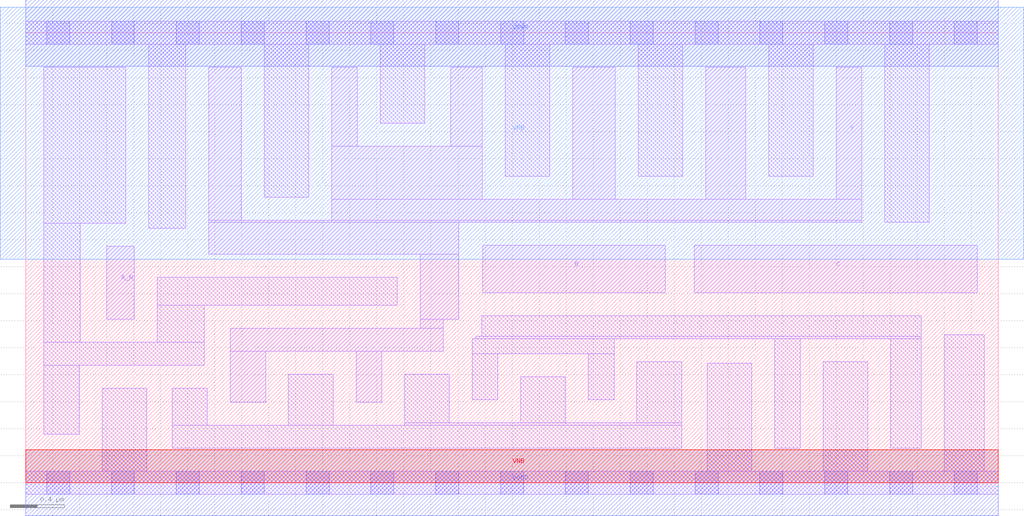
<source format=lef>
# Copyright 2020 The SkyWater PDK Authors
#
# Licensed under the Apache License, Version 2.0 (the "License");
# you may not use this file except in compliance with the License.
# You may obtain a copy of the License at
#
#     https://www.apache.org/licenses/LICENSE-2.0
#
# Unless required by applicable law or agreed to in writing, software
# distributed under the License is distributed on an "AS IS" BASIS,
# WITHOUT WARRANTIES OR CONDITIONS OF ANY KIND, either express or implied.
# See the License for the specific language governing permissions and
# limitations under the License.
#
# SPDX-License-Identifier: Apache-2.0

VERSION 5.7 ;
  NOWIREEXTENSIONATPIN ON ;
  DIVIDERCHAR "/" ;
  BUSBITCHARS "[]" ;
MACRO sky130_fd_sc_lp__nand3b_4
  CLASS CORE ;
  FOREIGN sky130_fd_sc_lp__nand3b_4 ;
  ORIGIN  0.000000  0.000000 ;
  SIZE  7.200000 BY  3.330000 ;
  SYMMETRY X Y R90 ;
  SITE unit ;
  PIN A_N
    ANTENNAGATEAREA  0.315000 ;
    DIRECTION INPUT ;
    USE SIGNAL ;
    PORT
      LAYER li1 ;
        RECT 0.600000 1.210000 0.805000 1.750000 ;
    END
  END A_N
  PIN B
    ANTENNAGATEAREA  1.260000 ;
    DIRECTION INPUT ;
    USE SIGNAL ;
    PORT
      LAYER li1 ;
        RECT 3.385000 1.405000 4.735000 1.760000 ;
    END
  END B
  PIN C
    ANTENNAGATEAREA  1.260000 ;
    DIRECTION INPUT ;
    USE SIGNAL ;
    PORT
      LAYER li1 ;
        RECT 4.950000 1.405000 7.045000 1.760000 ;
    END
  END C
  PIN Y
    ANTENNADIFFAREA  2.587200 ;
    DIRECTION OUTPUT ;
    USE SIGNAL ;
    PORT
      LAYER li1 ;
        RECT 1.355000 1.690000 3.205000 1.930000 ;
        RECT 1.355000 1.930000 6.190000 1.945000 ;
        RECT 1.355000 1.945000 1.595000 3.075000 ;
        RECT 1.515000 0.595000 1.775000 0.975000 ;
        RECT 1.515000 0.975000 3.090000 1.145000 ;
        RECT 2.265000 1.945000 6.190000 2.100000 ;
        RECT 2.265000 2.100000 3.380000 2.490000 ;
        RECT 2.265000 2.490000 2.455000 3.075000 ;
        RECT 2.445000 0.595000 2.635000 0.975000 ;
        RECT 2.920000 1.145000 3.090000 1.210000 ;
        RECT 2.920000 1.210000 3.205000 1.690000 ;
        RECT 3.145000 2.490000 3.380000 3.075000 ;
        RECT 4.050000 2.100000 4.365000 3.075000 ;
        RECT 5.035000 2.100000 5.330000 3.075000 ;
        RECT 6.000000 2.100000 6.190000 3.075000 ;
    END
  END Y
  PIN VGND
    DIRECTION INOUT ;
    USE GROUND ;
    PORT
      LAYER met1 ;
        RECT 0.000000 -0.245000 7.200000 0.245000 ;
    END
  END VGND
  PIN VNB
    DIRECTION INOUT ;
    USE GROUND ;
    PORT
      LAYER pwell ;
        RECT 0.000000 0.000000 7.200000 0.245000 ;
    END
  END VNB
  PIN VPB
    DIRECTION INOUT ;
    USE POWER ;
    PORT
      LAYER nwell ;
        RECT -0.190000 1.655000 7.390000 3.520000 ;
    END
  END VPB
  PIN VPWR
    DIRECTION INOUT ;
    USE POWER ;
    PORT
      LAYER met1 ;
        RECT 0.000000 3.085000 7.200000 3.575000 ;
    END
  END VPWR
  OBS
    LAYER li1 ;
      RECT 0.000000 -0.085000 7.200000 0.085000 ;
      RECT 0.000000  3.245000 7.200000 3.415000 ;
      RECT 0.135000  0.360000 0.395000 0.870000 ;
      RECT 0.135000  0.870000 1.320000 1.040000 ;
      RECT 0.135000  1.040000 0.405000 1.920000 ;
      RECT 0.135000  1.920000 0.740000 3.075000 ;
      RECT 0.565000  0.085000 0.895000 0.700000 ;
      RECT 0.910000  1.885000 1.185000 3.245000 ;
      RECT 0.975000  1.040000 1.320000 1.315000 ;
      RECT 0.975000  1.315000 2.750000 1.520000 ;
      RECT 1.085000  0.255000 4.855000 0.425000 ;
      RECT 1.085000  0.425000 1.345000 0.700000 ;
      RECT 1.765000  2.115000 2.095000 3.245000 ;
      RECT 1.945000  0.425000 2.275000 0.805000 ;
      RECT 2.625000  2.660000 2.955000 3.245000 ;
      RECT 2.805000  0.425000 4.855000 0.445000 ;
      RECT 2.805000  0.445000 3.135000 0.805000 ;
      RECT 3.305000  0.615000 3.495000 0.955000 ;
      RECT 3.305000  0.955000 4.355000 1.065000 ;
      RECT 3.330000  1.065000 6.630000 1.085000 ;
      RECT 3.375000  1.085000 6.630000 1.235000 ;
      RECT 3.550000  2.270000 3.880000 3.245000 ;
      RECT 3.665000  0.445000 3.995000 0.785000 ;
      RECT 4.165000  0.615000 4.355000 0.955000 ;
      RECT 4.525000  0.445000 4.855000 0.895000 ;
      RECT 4.535000  2.270000 4.865000 3.245000 ;
      RECT 5.045000  0.085000 5.375000 0.885000 ;
      RECT 5.500000  2.270000 5.830000 3.245000 ;
      RECT 5.545000  0.255000 5.735000 1.065000 ;
      RECT 5.905000  0.085000 6.235000 0.895000 ;
      RECT 6.360000  1.930000 6.690000 3.245000 ;
      RECT 6.405000  0.255000 6.630000 1.065000 ;
      RECT 6.800000  0.085000 7.095000 1.095000 ;
    LAYER mcon ;
      RECT 0.155000 -0.085000 0.325000 0.085000 ;
      RECT 0.155000  3.245000 0.325000 3.415000 ;
      RECT 0.635000 -0.085000 0.805000 0.085000 ;
      RECT 0.635000  3.245000 0.805000 3.415000 ;
      RECT 1.115000 -0.085000 1.285000 0.085000 ;
      RECT 1.115000  3.245000 1.285000 3.415000 ;
      RECT 1.595000 -0.085000 1.765000 0.085000 ;
      RECT 1.595000  3.245000 1.765000 3.415000 ;
      RECT 2.075000 -0.085000 2.245000 0.085000 ;
      RECT 2.075000  3.245000 2.245000 3.415000 ;
      RECT 2.555000 -0.085000 2.725000 0.085000 ;
      RECT 2.555000  3.245000 2.725000 3.415000 ;
      RECT 3.035000 -0.085000 3.205000 0.085000 ;
      RECT 3.035000  3.245000 3.205000 3.415000 ;
      RECT 3.515000 -0.085000 3.685000 0.085000 ;
      RECT 3.515000  3.245000 3.685000 3.415000 ;
      RECT 3.995000 -0.085000 4.165000 0.085000 ;
      RECT 3.995000  3.245000 4.165000 3.415000 ;
      RECT 4.475000 -0.085000 4.645000 0.085000 ;
      RECT 4.475000  3.245000 4.645000 3.415000 ;
      RECT 4.955000 -0.085000 5.125000 0.085000 ;
      RECT 4.955000  3.245000 5.125000 3.415000 ;
      RECT 5.435000 -0.085000 5.605000 0.085000 ;
      RECT 5.435000  3.245000 5.605000 3.415000 ;
      RECT 5.915000 -0.085000 6.085000 0.085000 ;
      RECT 5.915000  3.245000 6.085000 3.415000 ;
      RECT 6.395000 -0.085000 6.565000 0.085000 ;
      RECT 6.395000  3.245000 6.565000 3.415000 ;
      RECT 6.875000 -0.085000 7.045000 0.085000 ;
      RECT 6.875000  3.245000 7.045000 3.415000 ;
  END
END sky130_fd_sc_lp__nand3b_4
END LIBRARY

</source>
